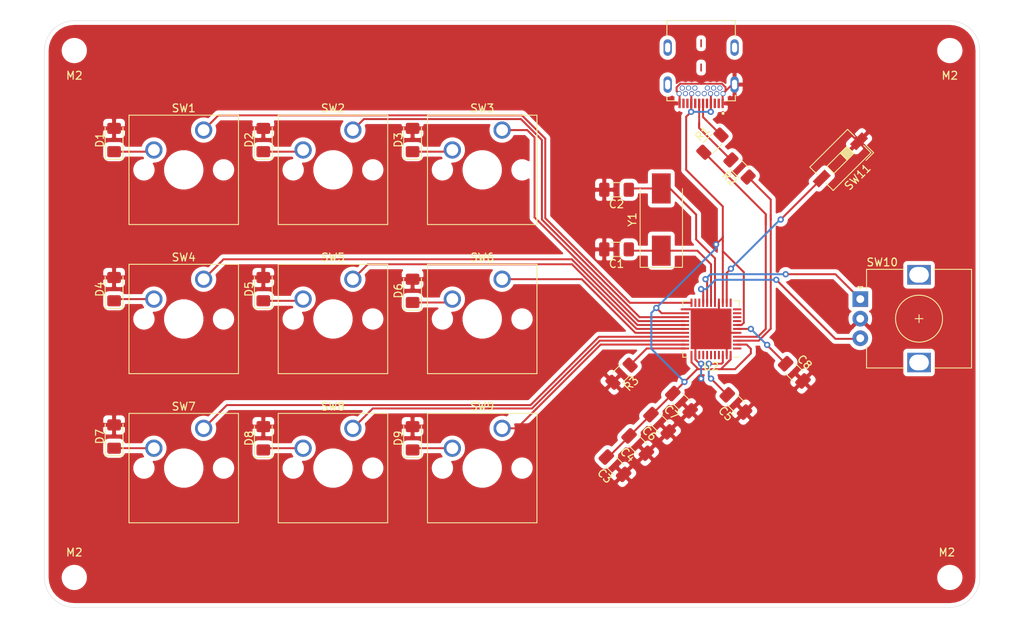
<source format=kicad_pcb>
(kicad_pcb (version 20171130) (host pcbnew "(5.1.9)-1")
  (layers (0 F.Cu signal) (31 B.Cu signal) (34 B.Paste user) (35 F.Paste user) (36 B.SilkS user) (37 F.SilkS user) (38 B.Mask user) (39 F.Mask user) (44 Edge.Cuts user))
  (net 0 "")
  (net 1 GND)
  (net 2 "Net-(C1-Pad1)")
  (net 3 "Net-(C2-Pad1)")
  (net 4 "Net-(C3-Pad2)")
  (net 5 "Net-(D1-Pad1)")
  (net 6 "Net-(D2-Pad1)")
  (net 7 "Net-(D3-Pad1)")
  (net 8 "Net-(D4-Pad1)")
  (net 9 "Net-(D5-Pad1)")
  (net 10 "Net-(D6-Pad1)")
  (net 11 "Net-(D7-Pad1)")
  (net 12 "Net-(D8-Pad1)")
  (net 13 "Net-(D9-Pad1)")
  (net 14 "Net-(P1-PadA6)")
  (net 15 "Net-(P1-PadB5)")
  (net 16 "Net-(P1-PadA7)")
  (net 17 "Net-(R1-Pad1)")
  (net 18 "Net-(R2-Pad1)")
  (net 19 "Net-(R3-Pad1)")
  (net 20 "Net-(SW1-Pad1)")
  (net 21 "Net-(SW2-Pad1)")
  (net 22 "Net-(SW3-Pad1)")
  (net 23 "Net-(SW4-Pad1)")
  (net 24 "Net-(SW5-Pad1)")
  (net 25 "Net-(SW6-Pad1)")
  (net 26 "Net-(SW7-Pad1)")
  (net 27 "Net-(SW8-Pad1)")
  (net 28 "Net-(SW9-Pad1)")
  (net 29 "Net-(SW10-PadB)")
  (net 30 "Net-(SW10-PadA)")
  (net 31 "Net-(U2-Pad1)")
  (net 32 "Net-(U2-Pad36)")
  (net 33 "Net-(U2-Pad37)")
  (net 34 "Net-(U2-Pad38)")
  (net 35 "Net-(U2-Pad39)")
  (net 36 "Net-(U2-Pad40)")
  (net 37 "Net-(U2-Pad41)")
  (net 38 "Net-(C5-Pad2)")
  (net 39 "Net-(U2-Pad12)")
  (net 40 "Net-(U2-Pad20)")
  (net 41 "Net-(U2-Pad21)")
  (net 42 "Net-(J1-Pad1)")
  (net 43 "Net-(J1-Pad3)")
  (net 44 "Net-(J1-Pad4)")
  (net 45 "Net-(J1-Pad5)")
  (net 46 "Net-(U2-Pad8)")
  (net 47 "Net-(C8-Pad1)")
  (net 48 "Net-(P1-PadA5)")
  (module Capacitor_SMD:C_1206_3216Metric_Pad1.33x1.80mm_HandSolder (layer F.Cu) (at 147.104146 95.872346 135)
    (fp_text reference C6 (at 0 -1.85 135) (layer F.SilkS))
    (fp_text value 0.1uF)
    (pad 1 smd roundrect (at -1.5625 0 135) (size 1.325 1.8) (layers F.Cu F.Paste F.Mask) (roundrect_rratio 0.1886769811320755) (net 1 GND))
    (pad 2 smd roundrect (at 1.5625 0 135) (size 1.325 1.8) (layers F.Cu F.Paste F.Mask) (roundrect_rratio 0.1886769811320755) (net 4 "Net-(C3-Pad2)"))
  )
  (module Resistor_SMD:R_1206_3216Metric_Pad1.30x1.75mm_HandSolder (layer F.Cu) (at 157.306016 63.326016 135)
    (fp_text reference R2 (at 0 -1.82 135) (layer F.SilkS))
    (fp_text value 22)
    (pad 1 smd roundrect (at -1.55 0 135) (size 1.3 1.75) (layers F.Cu F.Paste F.Mask) (roundrect_rratio 0.1923069230769231) (net 18 "Net-(R2-Pad1)"))
    (pad 2 smd roundrect (at 1.55 0 135) (size 1.3 1.75) (layers F.Cu F.Paste F.Mask) (roundrect_rratio 0.1923069230769231) (net 16 "Net-(P1-PadA7)"))
  )
  (module MountingHole:MountingHole_2.2mm_M2 (layer F.Cu) (at 72.39 115.57)
    (fp_text reference M2 (at 0 -3.2) (layer F.SilkS))
    (fp_text value MountingHole_2.2mm_M2)
    (pad 1 np_thru_hole circle (at 0 0) (size 2.2 2.2) (drill 2.2) (layers *.Cu *.Mask))
  )
  (module MountingHole:MountingHole_2.2mm_M2 (layer F.Cu) (at 184.15 115.57)
    (fp_text reference "M2 " (at 0 -3.2) (layer F.SilkS))
    (fp_text value MountingHole_2.2mm_M2)
    (pad 1 np_thru_hole circle (at 0 0) (size 2.2 2.2) (drill 2.2) (layers *.Cu *.Mask))
  )
  (module MountingHole:MountingHole_2.2mm_M2 (layer F.Cu) (at 184.15 48.26 180)
    (fp_text reference M2 (at 0 -3.2) (layer F.SilkS))
    (fp_text value MountingHole_2.2mm_M2)
    (pad 1 np_thru_hole circle (at 0 0 180) (size 2.2 2.2) (drill 2.2) (layers *.Cu *.Mask))
  )
  (module MountingHole:MountingHole_2.2mm_M2 (layer F.Cu) (at 72.39 48.26 180)
    (fp_text reference M2 (at 0 -3.2) (layer F.SilkS))
    (fp_text value MountingHole_2.2mm_M2)
    (pad 1 np_thru_hole circle (at 0 0 180) (size 2.2 2.2) (drill 2.2) (layers *.Cu *.Mask))
  )
  (module Capacitor_SMD:C_1206_3216Metric_Pad1.33x1.80mm_HandSolder (layer F.Cu) (at 141.605 73.66 180)
    (fp_text reference C1 (at 0 -1.85) (layer F.SilkS))
    (fp_text value "10 pF")
    (pad 1 smd roundrect (at -1.5625 0 180) (size 1.325 1.8) (layers F.Cu F.Paste F.Mask) (roundrect_rratio 0.1886769811320755) (net 2 "Net-(C1-Pad1)"))
    (pad 2 smd roundrect (at 1.5625 0 180) (size 1.325 1.8) (layers F.Cu F.Paste F.Mask) (roundrect_rratio 0.1886769811320755) (net 1 GND))
  )
  (module Capacitor_SMD:C_1206_3216Metric_Pad1.33x1.80mm_HandSolder (layer F.Cu) (at 141.605 66.04 180)
    (fp_text reference C2 (at 0 -1.85) (layer F.SilkS))
    (fp_text value "10 pF")
    (pad 1 smd roundrect (at -1.5625 0 180) (size 1.325 1.8) (layers F.Cu F.Paste F.Mask) (roundrect_rratio 0.1886769811320755) (net 3 "Net-(C2-Pad1)"))
    (pad 2 smd roundrect (at 1.5625 0 180) (size 1.325 1.8) (layers F.Cu F.Paste F.Mask) (roundrect_rratio 0.1886769811320755) (net 1 GND))
  )
  (module Capacitor_SMD:C_1206_3216Metric_Pad1.33x1.80mm_HandSolder (layer F.Cu) (at 141.4018 101.2952 135)
    (fp_text reference C3 (at 0 -1.85 135) (layer F.SilkS))
    (fp_text value 0.1uF)
    (pad 2 smd roundrect (at 1.5625 0 135) (size 1.325 1.8) (layers F.Cu F.Paste F.Mask) (roundrect_rratio 0.1886769811320755) (net 4 "Net-(C3-Pad2)"))
    (pad 1 smd roundrect (at -1.5625 0 135) (size 1.325 1.8) (layers F.Cu F.Paste F.Mask) (roundrect_rratio 0.1886769811320755) (net 1 GND))
  )
  (module Capacitor_SMD:C_1206_3216Metric_Pad1.33x1.80mm_HandSolder (layer F.Cu) (at 144.310146 98.590146 135)
    (fp_text reference C4 (at 0 -1.85 135) (layer F.SilkS))
    (fp_text value 0.1uF)
    (pad 1 smd roundrect (at -1.5625 0 135) (size 1.325 1.8) (layers F.Cu F.Paste F.Mask) (roundrect_rratio 0.1886769811320755) (net 1 GND))
    (pad 2 smd roundrect (at 1.5625 0 135) (size 1.325 1.8) (layers F.Cu F.Paste F.Mask) (roundrect_rratio 0.1886769811320755) (net 4 "Net-(C3-Pad2)"))
  )
  (module Capacitor_SMD:C_1206_3216Metric_Pad1.33x1.80mm_HandSolder (layer F.Cu) (at 156.845 93.345 135)
    (fp_text reference C5 (at 0 -1.85 135) (layer F.SilkS))
    (fp_text value 0.1uF)
    (pad 2 smd roundrect (at 1.5625 0 135) (size 1.325 1.8) (layers F.Cu F.Paste F.Mask) (roundrect_rratio 0.1886769811320755) (net 38 "Net-(C5-Pad2)"))
    (pad 1 smd roundrect (at -1.5625 0 135) (size 1.325 1.8) (layers F.Cu F.Paste F.Mask) (roundrect_rratio 0.1886769811320755) (net 1 GND))
  )
  (module Capacitor_SMD:C_1206_3216Metric_Pad1.33x1.80mm_HandSolder (layer F.Cu) (at 149.898146 93.179946 135)
    (fp_text reference C7 (at 0 -1.85 135) (layer F.SilkS))
    (fp_text value 1uF)
    (pad 2 smd roundrect (at 1.5625 0 135) (size 1.325 1.8) (layers F.Cu F.Paste F.Mask) (roundrect_rratio 0.1886769811320755) (net 4 "Net-(C3-Pad2)"))
    (pad 1 smd roundrect (at -1.5625 0 135) (size 1.325 1.8) (layers F.Cu F.Paste F.Mask) (roundrect_rratio 0.1886769811320755) (net 1 GND))
  )
  (module Capacitor_SMD:C_1206_3216Metric_Pad1.33x1.80mm_HandSolder (layer F.Cu) (at 164.299854 89.369854 315)
    (fp_text reference C8 (at 0 -1.85 135) (layer F.SilkS))
    (fp_text value 1uF)
    (pad 2 smd roundrect (at 1.5625 0 315) (size 1.325 1.8) (layers F.Cu F.Paste F.Mask) (roundrect_rratio 0.1886769811320755) (net 1 GND))
    (pad 1 smd roundrect (at -1.5625 0 315) (size 1.325 1.8) (layers F.Cu F.Paste F.Mask) (roundrect_rratio 0.1886769811320755) (net 47 "Net-(C8-Pad1)"))
  )
  (module Diode_SMD:D_1206_3216Metric_Pad1.42x1.75mm_HandSolder (layer F.Cu) (at 77.47 59.69 90)
    (fp_text reference D1 (at 0 -1.82 90) (layer F.SilkS))
    (fp_text value DIODE)
    (pad 2 smd roundrect (at 1.4875 0 90) (size 1.425 1.75) (layers F.Cu F.Paste F.Mask) (roundrect_rratio 0.1754385964912281) (net 1 GND))
    (pad 1 smd roundrect (at -1.4875 0 90) (size 1.425 1.75) (layers F.Cu F.Paste F.Mask) (roundrect_rratio 0.1754385964912281) (net 5 "Net-(D1-Pad1)"))
  )
  (module Diode_SMD:D_1206_3216Metric_Pad1.42x1.75mm_HandSolder (layer F.Cu) (at 96.52 59.69 90)
    (fp_text reference D2 (at 0 -1.82 90) (layer F.SilkS))
    (fp_text value DIODE)
    (pad 1 smd roundrect (at -1.4875 0 90) (size 1.425 1.75) (layers F.Cu F.Paste F.Mask) (roundrect_rratio 0.1754385964912281) (net 6 "Net-(D2-Pad1)"))
    (pad 2 smd roundrect (at 1.4875 0 90) (size 1.425 1.75) (layers F.Cu F.Paste F.Mask) (roundrect_rratio 0.1754385964912281) (net 1 GND))
  )
  (module Diode_SMD:D_1206_3216Metric_Pad1.42x1.75mm_HandSolder (layer F.Cu) (at 115.57 59.69 90)
    (fp_text reference D3 (at 0 -1.82 90) (layer F.SilkS))
    (fp_text value DIODE)
    (pad 2 smd roundrect (at 1.4875 0 90) (size 1.425 1.75) (layers F.Cu F.Paste F.Mask) (roundrect_rratio 0.1754385964912281) (net 1 GND))
    (pad 1 smd roundrect (at -1.4875 0 90) (size 1.425 1.75) (layers F.Cu F.Paste F.Mask) (roundrect_rratio 0.1754385964912281) (net 7 "Net-(D3-Pad1)"))
  )
  (module Diode_SMD:D_1206_3216Metric_Pad1.42x1.75mm_HandSolder (layer F.Cu) (at 77.47 78.74 90)
    (fp_text reference D4 (at 0 -1.82 90) (layer F.SilkS))
    (fp_text value DIODE)
    (pad 1 smd roundrect (at -1.4875 0 90) (size 1.425 1.75) (layers F.Cu F.Paste F.Mask) (roundrect_rratio 0.1754385964912281) (net 8 "Net-(D4-Pad1)"))
    (pad 2 smd roundrect (at 1.4875 0 90) (size 1.425 1.75) (layers F.Cu F.Paste F.Mask) (roundrect_rratio 0.1754385964912281) (net 1 GND))
  )
  (module Diode_SMD:D_1206_3216Metric_Pad1.42x1.75mm_HandSolder (layer F.Cu) (at 96.52 78.74 90)
    (fp_text reference D5 (at 0 -1.82 90) (layer F.SilkS))
    (fp_text value DIODE)
    (pad 1 smd roundrect (at -1.4875 0 90) (size 1.425 1.75) (layers F.Cu F.Paste F.Mask) (roundrect_rratio 0.1754385964912281) (net 9 "Net-(D5-Pad1)"))
    (pad 2 smd roundrect (at 1.4875 0 90) (size 1.425 1.75) (layers F.Cu F.Paste F.Mask) (roundrect_rratio 0.1754385964912281) (net 1 GND))
  )
  (module Diode_SMD:D_1206_3216Metric_Pad1.42x1.75mm_HandSolder (layer F.Cu) (at 115.57 78.9575 90)
    (fp_text reference D6 (at 0 -1.82 90) (layer F.SilkS))
    (fp_text value DIODE)
    (pad 2 smd roundrect (at 1.4875 0 90) (size 1.425 1.75) (layers F.Cu F.Paste F.Mask) (roundrect_rratio 0.1754385964912281) (net 1 GND))
    (pad 1 smd roundrect (at -1.4875 0 90) (size 1.425 1.75) (layers F.Cu F.Paste F.Mask) (roundrect_rratio 0.1754385964912281) (net 10 "Net-(D6-Pad1)"))
  )
  (module Diode_SMD:D_1206_3216Metric_Pad1.42x1.75mm_HandSolder (layer F.Cu) (at 77.47 97.5725 90)
    (fp_text reference D7 (at 0 -1.82 90) (layer F.SilkS))
    (fp_text value DIODE)
    (pad 1 smd roundrect (at -1.4875 0 90) (size 1.425 1.75) (layers F.Cu F.Paste F.Mask) (roundrect_rratio 0.1754385964912281) (net 11 "Net-(D7-Pad1)"))
    (pad 2 smd roundrect (at 1.4875 0 90) (size 1.425 1.75) (layers F.Cu F.Paste F.Mask) (roundrect_rratio 0.1754385964912281) (net 1 GND))
  )
  (module Diode_SMD:D_1206_3216Metric_Pad1.42x1.75mm_HandSolder (layer F.Cu) (at 96.52 97.79 90)
    (fp_text reference D8 (at 0 -1.82 90) (layer F.SilkS))
    (fp_text value DIODE)
    (pad 2 smd roundrect (at 1.4875 0 90) (size 1.425 1.75) (layers F.Cu F.Paste F.Mask) (roundrect_rratio 0.1754385964912281) (net 1 GND))
    (pad 1 smd roundrect (at -1.4875 0 90) (size 1.425 1.75) (layers F.Cu F.Paste F.Mask) (roundrect_rratio 0.1754385964912281) (net 12 "Net-(D8-Pad1)"))
  )
  (module Diode_SMD:D_1206_3216Metric_Pad1.42x1.75mm_HandSolder (layer F.Cu) (at 115.57 97.79 90)
    (fp_text reference D9 (at 0 -1.82 90) (layer F.SilkS))
    (fp_text value DIODE)
    (pad 1 smd roundrect (at -1.4875 0 90) (size 1.425 1.75) (layers F.Cu F.Paste F.Mask) (roundrect_rratio 0.1754385964912281) (net 13 "Net-(D9-Pad1)"))
    (pad 2 smd roundrect (at 1.4875 0 90) (size 1.425 1.75) (layers F.Cu F.Paste F.Mask) (roundrect_rratio 0.1754385964912281) (net 1 GND))
  )
  (module Resistor_SMD:R_1206_3216Metric_Pad1.30x1.75mm_HandSolder (layer F.Cu) (at 153.843984 60.151016 45)
    (fp_text reference R1 (at 0 -1.82 45) (layer F.SilkS))
    (fp_text value 22)
    (pad 2 smd roundrect (at 1.55 0 45) (size 1.3 1.75) (layers F.Cu F.Paste F.Mask) (roundrect_rratio 0.1923069230769231) (net 14 "Net-(P1-PadA6)"))
    (pad 1 smd roundrect (at -1.55 0 45) (size 1.3 1.75) (layers F.Cu F.Paste F.Mask) (roundrect_rratio 0.1923069230769231) (net 17 "Net-(R1-Pad1)"))
  )
  (module Resistor_SMD:R_1206_3216Metric_Pad1.30x1.75mm_HandSolder (layer F.Cu) (at 142.24 89.535 225)
    (fp_text reference R3 (at 0.011974 -1.808025 45) (layer F.SilkS))
    (fp_text value 1k)
    (pad 1 smd roundrect (at -1.55 0 225) (size 1.3 1.75) (layers F.Cu F.Paste F.Mask) (roundrect_rratio 0.1923069230769231) (net 19 "Net-(R3-Pad1)"))
    (pad 2 smd roundrect (at 1.55 0 225) (size 1.3 1.75) (layers F.Cu F.Paste F.Mask) (roundrect_rratio 0.1923069230769231) (net 1 GND))
  )
  (module Button_Switch_Keyboard:SW_Cherry_MX_1.00u_PCB (layer F.Cu) (at 88.9 58.42)
    (fp_text reference SW1 (at -2.54 -2.794) (layer F.SilkS))
    (fp_text value SW_Push)
    (pad 1 thru_hole circle (at 0 0) (size 2.2 2.2) (drill 1.5) (layers *.Cu *.Mask) (net 20 "Net-(SW1-Pad1)"))
    (pad 2 thru_hole circle (at -6.35 2.54) (size 2.2 2.2) (drill 1.5) (layers *.Cu *.Mask) (net 5 "Net-(D1-Pad1)"))
    (pad "" np_thru_hole circle (at -2.54 5.08) (size 4 4) (drill 4) (layers *.Cu *.Mask))
    (pad "" np_thru_hole circle (at -7.62 5.08) (size 1.7 1.7) (drill 1.7) (layers *.Cu *.Mask))
    (pad "" np_thru_hole circle (at 2.54 5.08) (size 1.7 1.7) (drill 1.7) (layers *.Cu *.Mask))
  )
  (module Button_Switch_Keyboard:SW_Cherry_MX_1.00u_PCB (layer F.Cu) (at 107.95 58.42)
    (fp_text reference SW2 (at -2.54 -2.794) (layer F.SilkS))
    (fp_text value SW_Push)
    (pad "" np_thru_hole circle (at 2.54 5.08) (size 1.7 1.7) (drill 1.7) (layers *.Cu *.Mask))
    (pad "" np_thru_hole circle (at -7.62 5.08) (size 1.7 1.7) (drill 1.7) (layers *.Cu *.Mask))
    (pad "" np_thru_hole circle (at -2.54 5.08) (size 4 4) (drill 4) (layers *.Cu *.Mask))
    (pad 2 thru_hole circle (at -6.35 2.54) (size 2.2 2.2) (drill 1.5) (layers *.Cu *.Mask) (net 6 "Net-(D2-Pad1)"))
    (pad 1 thru_hole circle (at 0 0) (size 2.2 2.2) (drill 1.5) (layers *.Cu *.Mask) (net 21 "Net-(SW2-Pad1)"))
  )
  (module Button_Switch_Keyboard:SW_Cherry_MX_1.00u_PCB (layer F.Cu) (at 127 58.42)
    (fp_text reference SW3 (at -2.54 -2.794) (layer F.SilkS))
    (fp_text value SW_Push)
    (pad 1 thru_hole circle (at 0 0) (size 2.2 2.2) (drill 1.5) (layers *.Cu *.Mask) (net 22 "Net-(SW3-Pad1)"))
    (pad 2 thru_hole circle (at -6.35 2.54) (size 2.2 2.2) (drill 1.5) (layers *.Cu *.Mask) (net 7 "Net-(D3-Pad1)"))
    (pad "" np_thru_hole circle (at -2.54 5.08) (size 4 4) (drill 4) (layers *.Cu *.Mask))
    (pad "" np_thru_hole circle (at -7.62 5.08) (size 1.7 1.7) (drill 1.7) (layers *.Cu *.Mask))
    (pad "" np_thru_hole circle (at 2.54 5.08) (size 1.7 1.7) (drill 1.7) (layers *.Cu *.Mask))
  )
  (module Button_Switch_Keyboard:SW_Cherry_MX_1.00u_PCB (layer F.Cu) (at 88.9 77.47)
    (fp_text reference SW4 (at -2.54 -2.794) (layer F.SilkS))
    (fp_text value SW_Push)
    (pad "" np_thru_hole circle (at 2.54 5.08) (size 1.7 1.7) (drill 1.7) (layers *.Cu *.Mask))
    (pad "" np_thru_hole circle (at -7.62 5.08) (size 1.7 1.7) (drill 1.7) (layers *.Cu *.Mask))
    (pad "" np_thru_hole circle (at -2.54 5.08) (size 4 4) (drill 4) (layers *.Cu *.Mask))
    (pad 2 thru_hole circle (at -6.35 2.54) (size 2.2 2.2) (drill 1.5) (layers *.Cu *.Mask) (net 8 "Net-(D4-Pad1)"))
    (pad 1 thru_hole circle (at 0 0) (size 2.2 2.2) (drill 1.5) (layers *.Cu *.Mask) (net 23 "Net-(SW4-Pad1)"))
  )
  (module Button_Switch_Keyboard:SW_Cherry_MX_1.00u_PCB (layer F.Cu) (at 107.95 77.47)
    (fp_text reference SW5 (at -2.54 -2.794) (layer F.SilkS))
    (fp_text value SW_Push)
    (pad "" np_thru_hole circle (at 2.54 5.08) (size 1.7 1.7) (drill 1.7) (layers *.Cu *.Mask))
    (pad "" np_thru_hole circle (at -7.62 5.08) (size 1.7 1.7) (drill 1.7) (layers *.Cu *.Mask))
    (pad "" np_thru_hole circle (at -2.54 5.08) (size 4 4) (drill 4) (layers *.Cu *.Mask))
    (pad 2 thru_hole circle (at -6.35 2.54) (size 2.2 2.2) (drill 1.5) (layers *.Cu *.Mask) (net 9 "Net-(D5-Pad1)"))
    (pad 1 thru_hole circle (at 0 0) (size 2.2 2.2) (drill 1.5) (layers *.Cu *.Mask) (net 24 "Net-(SW5-Pad1)"))
  )
  (module Button_Switch_Keyboard:SW_Cherry_MX_1.00u_PCB (layer F.Cu) (at 127 77.47)
    (fp_text reference SW6 (at -2.54 -2.794) (layer F.SilkS))
    (fp_text value SW_Push)
    (pad 1 thru_hole circle (at 0 0) (size 2.2 2.2) (drill 1.5) (layers *.Cu *.Mask) (net 25 "Net-(SW6-Pad1)"))
    (pad 2 thru_hole circle (at -6.35 2.54) (size 2.2 2.2) (drill 1.5) (layers *.Cu *.Mask) (net 10 "Net-(D6-Pad1)"))
    (pad "" np_thru_hole circle (at -2.54 5.08) (size 4 4) (drill 4) (layers *.Cu *.Mask))
    (pad "" np_thru_hole circle (at -7.62 5.08) (size 1.7 1.7) (drill 1.7) (layers *.Cu *.Mask))
    (pad "" np_thru_hole circle (at 2.54 5.08) (size 1.7 1.7) (drill 1.7) (layers *.Cu *.Mask))
  )
  (module Button_Switch_Keyboard:SW_Cherry_MX_1.00u_PCB (layer F.Cu) (at 88.9 96.52)
    (fp_text reference SW7 (at -2.54 -2.794) (layer F.SilkS))
    (fp_text value SW_Push)
    (pad 1 thru_hole circle (at 0 0) (size 2.2 2.2) (drill 1.5) (layers *.Cu *.Mask) (net 26 "Net-(SW7-Pad1)"))
    (pad 2 thru_hole circle (at -6.35 2.54) (size 2.2 2.2) (drill 1.5) (layers *.Cu *.Mask) (net 11 "Net-(D7-Pad1)"))
    (pad "" np_thru_hole circle (at -2.54 5.08) (size 4 4) (drill 4) (layers *.Cu *.Mask))
    (pad "" np_thru_hole circle (at -7.62 5.08) (size 1.7 1.7) (drill 1.7) (layers *.Cu *.Mask))
    (pad "" np_thru_hole circle (at 2.54 5.08) (size 1.7 1.7) (drill 1.7) (layers *.Cu *.Mask))
  )
  (module Button_Switch_Keyboard:SW_Cherry_MX_1.00u_PCB (layer F.Cu) (at 107.95 96.52)
    (fp_text reference SW8 (at -2.54 -2.794) (layer F.SilkS))
    (fp_text value SW_Push)
    (pad "" np_thru_hole circle (at 2.54 5.08) (size 1.7 1.7) (drill 1.7) (layers *.Cu *.Mask))
    (pad "" np_thru_hole circle (at -7.62 5.08) (size 1.7 1.7) (drill 1.7) (layers *.Cu *.Mask))
    (pad "" np_thru_hole circle (at -2.54 5.08) (size 4 4) (drill 4) (layers *.Cu *.Mask))
    (pad 2 thru_hole circle (at -6.35 2.54) (size 2.2 2.2) (drill 1.5) (layers *.Cu *.Mask) (net 12 "Net-(D8-Pad1)"))
    (pad 1 thru_hole circle (at 0 0) (size 2.2 2.2) (drill 1.5) (layers *.Cu *.Mask) (net 27 "Net-(SW8-Pad1)"))
  )
  (module Button_Switch_Keyboard:SW_Cherry_MX_1.00u_PCB (layer F.Cu) (at 127 96.52)
    (fp_text reference SW9 (at -2.54 -2.794) (layer F.SilkS))
    (fp_text value SW_Push)
    (pad 1 thru_hole circle (at 0 0) (size 2.2 2.2) (drill 1.5) (layers *.Cu *.Mask) (net 28 "Net-(SW9-Pad1)"))
    (pad 2 thru_hole circle (at -6.35 2.54) (size 2.2 2.2) (drill 1.5) (layers *.Cu *.Mask) (net 13 "Net-(D9-Pad1)"))
    (pad "" np_thru_hole circle (at -2.54 5.08) (size 4 4) (drill 4) (layers *.Cu *.Mask))
    (pad "" np_thru_hole circle (at -7.62 5.08) (size 1.7 1.7) (drill 1.7) (layers *.Cu *.Mask))
    (pad "" np_thru_hole circle (at 2.54 5.08) (size 1.7 1.7) (drill 1.7) (layers *.Cu *.Mask))
  )
  (module Rotary_Encoder:RotaryEncoder_Alps_EC12E_Vertical_H20mm (layer F.Cu) (at 172.72 80.01)
    (fp_text reference SW10 (at 2.8 -4.7) (layer F.SilkS))
    (fp_text value Rotary_Encoder)
    (pad MP thru_hole rect (at 7.5 8.1) (size 3 2.5) (drill oval 2.5 2) (layers *.Cu *.Mask))
    (pad MP thru_hole rect (at 7.5 -3.1) (size 3 2.5) (drill oval 2.5 2) (layers *.Cu *.Mask))
    (pad B thru_hole circle (at 0 5) (size 2 2) (drill 1) (layers *.Cu *.Mask) (net 29 "Net-(SW10-PadB)"))
    (pad C thru_hole circle (at 0 2.5) (size 2 2) (drill 1) (layers *.Cu *.Mask) (net 1 GND))
    (pad A thru_hole rect (at 0 0) (size 2 2) (drill 1) (layers *.Cu *.Mask) (net 30 "Net-(SW10-PadA)"))
  )
  (module SW_DIP_SPSTx01_Slide_6.7x4.1mm_W6.73mm_P2.54mm_LowProfile_JPin (layer F.Cu) (at 170.18 62.23 225)
    (fp_text reference SW11 (at 0 -3.11 45) (layer F.SilkS))
    (fp_text value SW_Push)
    (pad 1 smd rect (at -3.365 0 225) (size 2.16 1.12) (layers F.Cu F.Paste F.Mask) (net 1 GND))
    (pad 2 smd rect (at 3.365 0 225) (size 2.16 1.12) (layers F.Cu F.Paste F.Mask) (net 45 "Net-(J1-Pad5)"))
  )
  (module Package_DFN_QFN:QFN-44-1EP_7x7mm_P0.5mm_EP5.2x5.2mm (layer F.Cu) (at 153.67 83.82 180)
    (fp_text reference U2 (at 0 -4.82) (layer F.SilkS))
    (fp_text value ATmega32U4-MU)
    (pad 1 smd roundrect (at -3.3375 -2.5 180) (size 1.075 0.25) (layers F.Cu F.Paste F.Mask) (net 31 "Net-(U2-Pad1)"))
    (pad 2 smd roundrect (at -3.3375 -2 180) (size 1.075 0.25) (layers F.Cu F.Paste F.Mask) (net 4 "Net-(C3-Pad2)"))
    (pad 3 smd roundrect (at -3.3375 -1.5 180) (size 1.075 0.25) (layers F.Cu F.Paste F.Mask) (net 18 "Net-(R2-Pad1)"))
    (pad 4 smd roundrect (at -3.3375 -1 180) (size 1.075 0.25) (layers F.Cu F.Paste F.Mask) (net 17 "Net-(R1-Pad1)"))
    (pad 5 smd roundrect (at -3.3375 -0.5 180) (size 1.075 0.25) (layers F.Cu F.Paste F.Mask) (net 1 GND))
    (pad 6 smd roundrect (at -3.3375 0 180) (size 1.075 0.25) (layers F.Cu F.Paste F.Mask) (net 47 "Net-(C8-Pad1)"))
    (pad 7 smd roundrect (at -3.3375 0.5 180) (size 1.075 0.25) (layers F.Cu F.Paste F.Mask) (net 4 "Net-(C3-Pad2)"))
    (pad 8 smd roundrect (at -3.3375 1 180) (size 1.075 0.25) (layers F.Cu F.Paste F.Mask) (net 46 "Net-(U2-Pad8)"))
    (pad 9 smd roundrect (at -3.3375 1.5 180) (size 1.075 0.25) (layers F.Cu F.Paste F.Mask) (net 43 "Net-(J1-Pad3)"))
    (pad 10 smd roundrect (at -3.3375 2 180) (size 1.075 0.25) (layers F.Cu F.Paste F.Mask) (net 44 "Net-(J1-Pad4)"))
    (pad 11 smd roundrect (at -3.3375 2.5 180) (size 1.075 0.25) (layers F.Cu F.Paste F.Mask) (net 42 "Net-(J1-Pad1)"))
    (pad 12 smd roundrect (at -2.5 3.3375 180) (size 0.25 1.075) (layers F.Cu F.Paste F.Mask) (net 39 "Net-(U2-Pad12)"))
    (pad 13 smd roundrect (at -2 3.3375 180) (size 0.25 1.075) (layers F.Cu F.Paste F.Mask) (net 45 "Net-(J1-Pad5)"))
    (pad 14 smd roundrect (at -1.5 3.3375 180) (size 0.25 1.075) (layers F.Cu F.Paste F.Mask) (net 4 "Net-(C3-Pad2)"))
    (pad 15 smd roundrect (at -1 3.3375 180) (size 0.25 1.075) (layers F.Cu F.Paste F.Mask) (net 1 GND))
    (pad 16 smd roundrect (at -0.5 3.3375 180) (size 0.25 1.075) (layers F.Cu F.Paste F.Mask) (net 3 "Net-(C2-Pad1)"))
    (pad 17 smd roundrect (at 0 3.3375 180) (size 0.25 1.075) (layers F.Cu F.Paste F.Mask) (net 2 "Net-(C1-Pad1)"))
    (pad 18 smd roundrect (at 0.5 3.3375 180) (size 0.25 1.075) (layers F.Cu F.Paste F.Mask) (net 30 "Net-(SW10-PadA)"))
    (pad 19 smd roundrect (at 1 3.3375 180) (size 0.25 1.075) (layers F.Cu F.Paste F.Mask) (net 29 "Net-(SW10-PadB)"))
    (pad 20 smd roundrect (at 1.5 3.3375 180) (size 0.25 1.075) (layers F.Cu F.Paste F.Mask) (net 40 "Net-(U2-Pad20)"))
    (pad 21 smd roundrect (at 2 3.3375 180) (size 0.25 1.075) (layers F.Cu F.Paste F.Mask) (net 41 "Net-(U2-Pad21)"))
    (pad 22 smd roundrect (at 2.5 3.3375 180) (size 0.25 1.075) (layers F.Cu F.Paste F.Mask) (net 20 "Net-(SW1-Pad1)"))
    (pad 23 smd roundrect (at 3.3375 2.5 180) (size 1.075 0.25) (layers F.Cu F.Paste F.Mask) (net 1 GND))
    (pad 24 smd roundrect (at 3.3375 2 180) (size 1.075 0.25) (layers F.Cu F.Paste F.Mask) (net 4 "Net-(C3-Pad2)"))
    (pad 25 smd roundrect (at 3.3375 1.5 180) (size 1.075 0.25) (layers F.Cu F.Paste F.Mask) (net 21 "Net-(SW2-Pad1)"))
    (pad 26 smd roundrect (at 3.3375 1 180) (size 1.075 0.25) (layers F.Cu F.Paste F.Mask) (net 22 "Net-(SW3-Pad1)"))
    (pad 27 smd roundrect (at 3.3375 0.5 180) (size 1.075 0.25) (layers F.Cu F.Paste F.Mask) (net 23 "Net-(SW4-Pad1)"))
    (pad 28 smd roundrect (at 3.3375 0 180) (size 1.075 0.25) (layers F.Cu F.Paste F.Mask) (net 24 "Net-(SW5-Pad1)"))
    (pad 29 smd roundrect (at 3.3375 -0.5 180) (size 1.075 0.25) (layers F.Cu F.Paste F.Mask) (net 25 "Net-(SW6-Pad1)"))
    (pad 30 smd roundrect (at 3.3375 -1 180) (size 1.075 0.25) (layers F.Cu F.Paste F.Mask) (net 26 "Net-(SW7-Pad1)"))
    (pad 31 smd roundrect (at 3.3375 -1.5 180) (size 1.075 0.25) (layers F.Cu F.Paste F.Mask) (net 27 "Net-(SW8-Pad1)"))
    (pad 32 smd roundrect (at 3.3375 -2 180) (size 1.075 0.25) (layers F.Cu F.Paste F.Mask) (net 28 "Net-(SW9-Pad1)"))
    (pad 33 smd roundrect (at 3.3375 -2.5 180) (size 1.075 0.25) (layers F.Cu F.Paste F.Mask) (net 19 "Net-(R3-Pad1)"))
    (pad 34 smd roundrect (at 2.5 -3.3375 180) (size 0.25 1.075) (layers F.Cu F.Paste F.Mask) (net 4 "Net-(C3-Pad2)"))
    (pad 35 smd roundrect (at 2 -3.3375 180) (size 0.25 1.075) (layers F.Cu F.Paste F.Mask) (net 1 GND))
    (pad 36 smd roundrect (at 1.5 -3.3375 180) (size 0.25 1.075) (layers F.Cu F.Paste F.Mask) (net 32 "Net-(U2-Pad36)"))
    (pad 37 smd roundrect (at 1 -3.3375 180) (size 0.25 1.075) (layers F.Cu F.Paste F.Mask) (net 33 "Net-(U2-Pad37)"))
    (pad 38 smd roundrect (at 0.5 -3.3375 180) (size 0.25 1.075) (layers F.Cu F.Paste F.Mask) (net 34 "Net-(U2-Pad38)"))
    (pad 39 smd roundrect (at 0 -3.3375 180) (size 0.25 1.075) (layers F.Cu F.Paste F.Mask) (net 35 "Net-(U2-Pad39)"))
    (pad 40 smd roundrect (at -0.5 -3.3375 180) (size 0.25 1.075) (layers F.Cu F.Paste F.Mask) (net 36 "Net-(U2-Pad40)"))
    (pad 41 smd roundrect (at -1 -3.3375 180) (size 0.25 1.075) (layers F.Cu F.Paste F.Mask) (net 37 "Net-(U2-Pad41)"))
    (pad 42 smd roundrect (at -1.5 -3.3375 180) (size 0.25 1.075) (layers F.Cu F.Paste F.Mask) (net 38 "Net-(C5-Pad2)"))
    (pad 43 smd roundrect (at -2 -3.3375 180) (size 0.25 1.075) (layers F.Cu F.Paste F.Mask) (net 1 GND))
    (pad 44 smd roundrect (at -2.5 -3.3375 180) (size 0.25 1.075) (layers F.Cu F.Paste F.Mask) (net 4 "Net-(C3-Pad2)"))
    (pad 45 smd rect (at 0 0 180) (size 5.2 5.2) (layers F.Cu F.Mask) (net 1 GND))
  )
  (module Crystal:Crystal_SMD_FOX_FE-2Pin_7.5x5.0mm_HandSoldering (layer F.Cu) (at 147.32 69.85 90)
    (fp_text reference Y1 (at 0 -3.7 90) (layer F.SilkS))
    (fp_text value 16MHz)
    (pad 1 smd rect (at -3.975 0 90) (size 3.85 2.4) (layers F.Cu F.Paste F.Mask) (net 2 "Net-(C1-Pad1)"))
    (pad 2 smd rect (at 3.975 0 90) (size 3.85 2.4) (layers F.Cu F.Paste F.Mask) (net 3 "Net-(C2-Pad1)"))
  )
  (module SS-52400-002:BELFUSE_SS-52400-002 (layer F.Cu) (at 152.4 47.879 180)
    (fp_text reference P1 (at -0.425 -9.035) (layer F.SilkS) (effects (font (thickness 0.015))))
    (fp_text value USB_C_Plug_USB2.0)
    (pad S1 thru_hole oval (at -4.27 -4.73 180) (size 1.05 2.1) (drill oval 0.65 1.25) (layers *.Cu *.Mask) (net 1 GND))
    (pad S2 thru_hole oval (at 4.27 -4.73 180) (size 1.05 2.1) (drill oval 0.65 1.25) (layers *.Cu *.Mask))
    (pad S3 thru_hole oval (at -4.27 0 180) (size 1.05 2.1) (drill oval 0.65 1.25) (layers *.Cu *.Mask))
    (pad S4 thru_hole oval (at 4.27 0 180) (size 1.05 2.1) (drill oval 0.65 1.25) (layers *.Cu *.Mask))
    (pad A1 smd rect (at -2.75 -7.13 180) (size 0.3 1.2) (layers F.Cu F.Paste F.Mask) (net 1 GND))
    (pad A2 smd rect (at -2.25 -7.13 180) (size 0.3 1.2) (layers F.Cu F.Paste F.Mask))
    (pad A3 smd rect (at -1.75 -7.13 180) (size 0.3 1.2) (layers F.Cu F.Paste F.Mask))
    (pad A4 smd rect (at -1.25 -7.13 180) (size 0.3 1.2) (layers F.Cu F.Paste F.Mask) (net 4 "Net-(C3-Pad2)"))
    (pad A5 smd rect (at -0.75 -7.13 180) (size 0.3 1.2) (layers F.Cu F.Paste F.Mask) (net 48 "Net-(P1-PadA5)"))
    (pad A6 smd rect (at -0.25 -7.13 180) (size 0.3 1.2) (layers F.Cu F.Paste F.Mask) (net 14 "Net-(P1-PadA6)"))
    (pad A7 smd rect (at 0.25 -7.13 180) (size 0.3 1.2) (layers F.Cu F.Paste F.Mask) (net 16 "Net-(P1-PadA7)"))
    (pad A8 smd rect (at 0.75 -7.13 180) (size 0.3 1.2) (layers F.Cu F.Paste F.Mask))
    (pad A9 smd rect (at 1.25 -7.13 180) (size 0.3 1.2) (layers F.Cu F.Paste F.Mask) (net 4 "Net-(C3-Pad2)"))
    (pad A10 smd rect (at 1.75 -7.13 180) (size 0.3 1.2) (layers F.Cu F.Paste F.Mask))
    (pad A11 smd rect (at 2.25 -7.13 180) (size 0.3 1.2) (layers F.Cu F.Paste F.Mask))
    (pad A12 smd rect (at 2.75 -7.13 180) (size 0.3 1.2) (layers F.Cu F.Paste F.Mask) (net 1 GND))
    (pad B1 thru_hole circle (at 2.8 -5.88 180) (size 0.65 0.65) (drill 0.45) (layers *.Cu *.Mask) (net 1 GND))
    (pad B2 thru_hole circle (at 2.4 -5.17 180) (size 0.65 0.65) (drill 0.45) (layers *.Cu *.Mask))
    (pad B3 thru_hole circle (at 1.6 -5.17 180) (size 0.65 0.65) (drill 0.45) (layers *.Cu *.Mask))
    (pad B4 thru_hole circle (at 1.2 -5.88 180) (size 0.65 0.65) (drill 0.45) (layers *.Cu *.Mask) (net 4 "Net-(C3-Pad2)"))
    (pad B5 thru_hole circle (at 0.8 -5.17 180) (size 0.65 0.65) (drill 0.45) (layers *.Cu *.Mask) (net 15 "Net-(P1-PadB5)"))
    (pad B6 thru_hole circle (at 0.4 -5.88 180) (size 0.65 0.65) (drill 0.45) (layers *.Cu *.Mask))
    (pad B7 thru_hole circle (at -0.4 -5.88 180) (size 0.65 0.65) (drill 0.45) (layers *.Cu *.Mask))
    (pad B8 thru_hole circle (at -0.8 -5.17 180) (size 0.65 0.65) (drill 0.45) (layers *.Cu *.Mask))
    (pad B9 thru_hole circle (at -1.2 -5.88 180) (size 0.65 0.65) (drill 0.45) (layers *.Cu *.Mask) (net 4 "Net-(C3-Pad2)"))
    (pad B10 thru_hole circle (at -1.6 -5.17 180) (size 0.65 0.65) (drill 0.45) (layers *.Cu *.Mask))
    (pad B11 thru_hole circle (at -2.4 -5.17 180) (size 0.65 0.65) (drill 0.45) (layers *.Cu *.Mask))
    (pad B12 thru_hole circle (at -2.8 -5.88 180) (size 0.65 0.65) (drill 0.45) (layers *.Cu *.Mask) (net 1 GND))
    (pad G2 thru_hole circle (at -2 -5.88 180) (size 0.65 0.65) (drill 0.45) (layers *.Cu *.Mask))
    (pad G1 thru_hole circle (at 2 -5.88 180) (size 0.65 0.65) (drill 0.45) (layers *.Cu *.Mask))
    (pad G3 smd rect (at 0 -2.55 180) (size 0.2 1) (layers F.Cu F.Paste F.Mask))
    (pad G4 smd rect (at 0 0.55 180) (size 0.2 1) (layers F.Cu F.Paste F.Mask))
  )
  (gr_arc (start 72.39 115.57) (end 68.58 115.57) (angle -90) (layer Edge.Cuts) (width 0.05))
  (gr_arc (start 72.39 48.26) (end 72.39 44.45) (angle -90) (layer Edge.Cuts) (width 0.05))
  (gr_arc (start 184.15 48.26) (end 187.96 48.26) (angle -90) (layer Edge.Cuts) (width 0.05))
  (gr_arc (start 184.15 115.57) (end 184.15 119.38) (angle -90) (layer Edge.Cuts) (width 0.05))
  (gr_line (start 68.58 115.57) (end 68.58 48.26) (layer Edge.Cuts) (width 0.05))
  (gr_line (start 184.15 119.38) (end 72.39 119.38) (layer Edge.Cuts) (width 0.05))
  (gr_line (start 187.96 48.26) (end 187.96 115.57) (layer Edge.Cuts) (width 0.05))
  (gr_line (start 72.39 44.45) (end 184.15 44.45) (layer Edge.Cuts) (width 0.05))
  (segment (start 149.65 53.809) (end 149.6 53.759) (width 0.25) (layer F.Cu) (net 1))
  (segment (start 149.65 55.009) (end 149.65 53.809) (width 0.25) (layer F.Cu) (net 1))
  (segment (start 155.15 53.809) (end 155.2 53.759) (width 0.25) (layer F.Cu) (net 1))
  (segment (start 155.15 55.009) (end 155.15 53.809) (width 0.25) (layer F.Cu) (net 1))
  (segment (start 154.67 81.03974) (end 154.67 80.4825) (width 0.25) (layer F.Cu) (net 1))
  (segment (start 150.95026 81.32) (end 150.95527 81.32501) (width 0.25) (layer F.Cu) (net 1))
  (segment (start 150.95527 81.32501) (end 154.38473 81.32501) (width 0.25) (layer F.Cu) (net 1))
  (segment (start 150.3325 81.32) (end 150.95026 81.32) (width 0.25) (layer F.Cu) (net 1))
  (segment (start 154.67 82.82) (end 153.67 83.82) (width 0.25) (layer F.Cu) (net 1))
  (segment (start 154.67 80.4825) (end 154.67 82.82) (width 0.25) (layer F.Cu) (net 1))
  (segment (start 154.17 84.32) (end 153.67 83.82) (width 0.25) (layer F.Cu) (net 1))
  (segment (start 157.0075 84.32) (end 154.17 84.32) (width 0.25) (layer F.Cu) (net 1))
  (segment (start 155.67 85.82) (end 153.67 83.82) (width 0.25) (layer F.Cu) (net 1))
  (segment (start 155.67 87.1575) (end 155.67 85.82) (width 0.25) (layer F.Cu) (net 1))
  (segment (start 151.67 87.1575) (end 151.67 85.82) (width 0.25) (layer F.Cu) (net 1))
  (segment (start 151.67 85.82) (end 153.67 83.82) (width 0.25) (layer F.Cu) (net 1))
  (segment (start 151.67 87.1575) (end 151.67 87.71474) (width 0.25) (layer F.Cu) (net 1))
  (segment (start 152.22026 88.265) (end 152.4 88.265) (width 0.25) (layer F.Cu) (net 1))
  (via (at 152.4 88.265) (size 0.8) (drill 0.4) (layers F.Cu B.Cu) (net 1))
  (segment (start 151.67 87.71474) (end 152.22026 88.265) (width 0.25) (layer F.Cu) (net 1))
  (via (at 152.4 90.17) (size 0.8) (drill 0.4) (layers F.Cu B.Cu) (net 1))
  (segment (start 152.4 88.265) (end 152.4 90.17) (width 0.25) (layer B.Cu) (net 1))
  (segment (start 156.67 52.609) (end 156.35 52.609) (width 0.25) (layer F.Cu) (net 1))
  (segment (start 155.064001 52.498999) (end 155.524999 52.959997) (width 0.25) (layer F.Cu) (net 1))
  (segment (start 149.735999 52.498999) (end 155.064001 52.498999) (width 0.25) (layer F.Cu) (net 1))
  (segment (start 149.275001 52.959997) (end 149.735999 52.498999) (width 0.25) (layer F.Cu) (net 1))
  (segment (start 155.524999 53.434001) (end 155.2 53.759) (width 0.25) (layer F.Cu) (net 1))
  (segment (start 155.524999 52.959997) (end 155.524999 53.434001) (width 0.25) (layer F.Cu) (net 1))
  (segment (start 149.275001 53.434001) (end 149.275001 52.959997) (width 0.25) (layer F.Cu) (net 1))
  (segment (start 149.6 53.759) (end 149.275001 53.434001) (width 0.25) (layer F.Cu) (net 1))
  (segment (start 156.35 52.609) (end 155.2 53.759) (width 0.25) (layer F.Cu) (net 1))
  (segment (start 143.6375 73.19) (end 143.1675 73.66) (width 0.25) (layer F.Cu) (net 2))
  (segment (start 153.67 80.4825) (end 153.67 79.92526) (width 0.25) (layer F.Cu) (net 2))
  (segment (start 143.3325 73.825) (end 143.1675 73.66) (width 0.25) (layer F.Cu) (net 2))
  (segment (start 147.32 73.825) (end 143.3325 73.825) (width 0.25) (layer F.Cu) (net 2))
  (segment (start 147.32 73.825) (end 147.56974 73.825) (width 0.25) (layer F.Cu) (net 2))
  (segment (start 153.67 80.4825) (end 153.67 75.565) (width 0.25) (layer F.Cu) (net 2))
  (segment (start 151.93 73.825) (end 147.32 73.825) (width 0.25) (layer F.Cu) (net 2))
  (segment (start 153.67 75.565) (end 151.93 73.825) (width 0.25) (layer F.Cu) (net 2))
  (segment (start 143.3325 65.875) (end 143.1675 66.04) (width 0.25) (layer F.Cu) (net 3))
  (segment (start 147.32 65.875) (end 143.3325 65.875) (width 0.25) (layer F.Cu) (net 3))
  (segment (start 148.425 65.875) (end 151.765 69.215) (width 0.25) (layer F.Cu) (net 3))
  (segment (start 147.32 65.875) (end 148.425 65.875) (width 0.25) (layer F.Cu) (net 3))
  (segment (start 151.765 69.215) (end 150.33 67.78) (width 0.25) (layer F.Cu) (net 3))
  (segment (start 154.17 74.795) (end 151.765 72.39) (width 0.25) (layer F.Cu) (net 3))
  (segment (start 154.17 80.4825) (end 154.17 74.795) (width 0.25) (layer F.Cu) (net 3))
  (segment (start 151.765 72.39) (end 151.765 69.215) (width 0.25) (layer F.Cu) (net 3))
  (via (at 153.627445 56.08773) (size 0.8) (drill 0.4) (layers F.Cu B.Cu) (net 4))
  (segment (start 153.65 56.065175) (end 153.627445 56.08773) (width 0.25) (layer F.Cu) (net 4))
  (segment (start 153.65 55.009) (end 153.65 56.065175) (width 0.25) (layer F.Cu) (net 4))
  (via (at 151.125215 56.089247) (size 0.8) (drill 0.4) (layers F.Cu B.Cu) (net 4))
  (segment (start 151.126732 56.08773) (end 151.125215 56.089247) (width 0.25) (layer B.Cu) (net 4))
  (segment (start 153.627445 56.08773) (end 151.126732 56.08773) (width 0.25) (layer B.Cu) (net 4))
  (segment (start 151.125215 55.033785) (end 151.15 55.009) (width 0.25) (layer F.Cu) (net 4))
  (segment (start 151.125215 56.089247) (end 151.125215 55.033785) (width 0.25) (layer F.Cu) (net 4))
  (segment (start 151.15 53.809) (end 151.2 53.759) (width 0.25) (layer F.Cu) (net 4))
  (segment (start 151.15 55.009) (end 151.15 53.809) (width 0.25) (layer F.Cu) (net 4))
  (segment (start 153.65 53.809) (end 153.65 55.009) (width 0.25) (layer F.Cu) (net 4))
  (segment (start 153.6 53.759) (end 153.65 53.809) (width 0.25) (layer F.Cu) (net 4))
  (segment (start 151.17 87.1575) (end 151.17 87.71474) (width 0.25) (layer F.Cu) (net 4))
  (segment (start 156.17 87.71474) (end 156.17 87.1575) (width 0.25) (layer F.Cu) (net 4))
  (segment (start 155.61974 88.265) (end 156.17 87.71474) (width 0.25) (layer F.Cu) (net 4))
  (segment (start 154.914739 88.970001) (end 156.17 87.71474) (width 0.25) (layer F.Cu) (net 4))
  (segment (start 152.061599 88.970001) (end 154.914739 88.970001) (width 0.25) (layer F.Cu) (net 4))
  (segment (start 151.17 88.078402) (end 152.061599 88.970001) (width 0.25) (layer F.Cu) (net 4))
  (segment (start 151.17 87.1575) (end 151.17 88.078402) (width 0.25) (layer F.Cu) (net 4))
  (segment (start 152.061599 88.970001) (end 151.898383 88.970001) (width 0.25) (layer F.Cu) (net 4))
  (segment (start 146.100892 94.767492) (end 145.999292 94.767492) (width 0.25) (layer F.Cu) (net 4))
  (segment (start 148.793292 92.075092) (end 146.100892 94.767492) (width 0.25) (layer F.Cu) (net 4))
  (segment (start 140.576438 100.190346) (end 140.296946 100.190346) (width 0.25) (layer F.Cu) (net 4))
  (segment (start 145.999292 94.767492) (end 140.576438 100.190346) (width 0.25) (layer F.Cu) (net 4))
  (segment (start 146.05 86.36) (end 150.279192 90.589192) (width 0.25) (layer B.Cu) (net 4))
  (segment (start 150.279192 90.589192) (end 148.793292 92.075092) (width 0.25) (layer F.Cu) (net 4))
  (via (at 150.279192 90.589192) (size 0.8) (drill 0.4) (layers F.Cu B.Cu) (net 4))
  (segment (start 151.898383 88.970001) (end 150.279192 90.589192) (width 0.25) (layer F.Cu) (net 4))
  (segment (start 157.85001 83.03473) (end 157.85001 76.57001) (width 0.25) (layer F.Cu) (net 4))
  (segment (start 157.56474 83.32) (end 157.85001 83.03473) (width 0.25) (layer F.Cu) (net 4))
  (segment (start 157.0075 83.32) (end 157.56474 83.32) (width 0.25) (layer F.Cu) (net 4))
  (segment (start 157.85001 76.57001) (end 155.575 74.295) (width 0.25) (layer F.Cu) (net 4))
  (segment (start 155.17 74.7) (end 155.17 80.4825) (width 0.25) (layer F.Cu) (net 4))
  (segment (start 150.495 56.719462) (end 151.125215 56.089247) (width 0.25) (layer F.Cu) (net 4))
  (segment (start 155.17 68.175) (end 150.495 63.5) (width 0.25) (layer F.Cu) (net 4))
  (segment (start 150.495 63.5) (end 150.495 56.719462) (width 0.25) (layer F.Cu) (net 4))
  (segment (start 155.575 74.295) (end 155.17 73.89) (width 0.25) (layer F.Cu) (net 4))
  (segment (start 155.17 74.7) (end 155.17 73.89) (width 0.25) (layer F.Cu) (net 4))
  (segment (start 155.17 72.62) (end 155.17 72.65) (width 0.25) (layer F.Cu) (net 4))
  (segment (start 155.17 73.89) (end 155.17 72.62) (width 0.25) (layer F.Cu) (net 4))
  (segment (start 156.280001 88.970001) (end 154.914739 88.970001) (width 0.25) (layer F.Cu) (net 4))
  (segment (start 156.721249 88.970001) (end 156.280001 88.970001) (width 0.25) (layer F.Cu) (net 4))
  (segment (start 158.75 86.94125) (end 156.721249 88.970001) (width 0.25) (layer F.Cu) (net 4))
  (segment (start 158.75 86.36) (end 158.75 86.94125) (width 0.25) (layer F.Cu) (net 4))
  (segment (start 158.21 85.82) (end 158.75 86.36) (width 0.25) (layer F.Cu) (net 4))
  (segment (start 157.0075 85.82) (end 158.21 85.82) (width 0.25) (layer F.Cu) (net 4))
  (segment (start 146.685 81.135) (end 146.685 81.135) (width 0.25) (layer B.Cu) (net 4))
  (via (at 146.685 81.135) (size 0.8) (drill 0.4) (layers F.Cu B.Cu) (net 4))
  (segment (start 146.05 81.77) (end 146.685 81.135) (width 0.25) (layer B.Cu) (net 4))
  (segment (start 146.05 82.55) (end 146.05 81.77) (width 0.25) (layer B.Cu) (net 4))
  (segment (start 146.05 82.25) (end 146.05 82.55) (width 0.25) (layer B.Cu) (net 4))
  (segment (start 146.05 82.55) (end 146.05 86.36) (width 0.25) (layer B.Cu) (net 4))
  (segment (start 147.37 81.82) (end 146.685 81.135) (width 0.25) (layer F.Cu) (net 4))
  (segment (start 148.05 81.82) (end 147.37 81.82) (width 0.25) (layer F.Cu) (net 4))
  (segment (start 150.3325 81.82) (end 148.05 81.82) (width 0.25) (layer F.Cu) (net 4))
  (via (at 154.305 73.025) (size 0.8) (drill 0.4) (layers F.Cu B.Cu) (net 4))
  (segment (start 154.305 73.515) (end 154.305 73.025) (width 0.25) (layer B.Cu) (net 4))
  (segment (start 146.685 81.135) (end 154.305 73.515) (width 0.25) (layer B.Cu) (net 4))
  (segment (start 155.17 72.16) (end 155.17 71.985) (width 0.25) (layer F.Cu) (net 4))
  (segment (start 155.17 71.985) (end 155.17 68.175) (width 0.25) (layer F.Cu) (net 4))
  (segment (start 154.305 73.025) (end 155.17 72.16) (width 0.25) (layer F.Cu) (net 4))
  (segment (start 155.17 72.62) (end 155.17 71.985) (width 0.25) (layer F.Cu) (net 4))
  (segment (start 82.3325 61.1775) (end 82.55 60.96) (width 0.25) (layer F.Cu) (net 5))
  (segment (start 77.47 61.1775) (end 82.3325 61.1775) (width 0.25) (layer F.Cu) (net 5))
  (segment (start 101.3825 61.1775) (end 101.6 60.96) (width 0.25) (layer F.Cu) (net 6))
  (segment (start 96.52 61.1775) (end 101.3825 61.1775) (width 0.25) (layer F.Cu) (net 6))
  (segment (start 120.4325 61.1775) (end 120.65 60.96) (width 0.25) (layer F.Cu) (net 7))
  (segment (start 115.57 61.1775) (end 120.4325 61.1775) (width 0.25) (layer F.Cu) (net 7))
  (segment (start 77.6875 80.01) (end 77.47 80.2275) (width 0.25) (layer F.Cu) (net 8))
  (segment (start 82.55 80.01) (end 77.6875 80.01) (width 0.25) (layer F.Cu) (net 8))
  (segment (start 101.3825 80.2275) (end 101.6 80.01) (width 0.25) (layer F.Cu) (net 9))
  (segment (start 96.52 80.2275) (end 101.3825 80.2275) (width 0.25) (layer F.Cu) (net 9))
  (segment (start 120.215 80.445) (end 120.65 80.01) (width 0.25) (layer F.Cu) (net 10))
  (segment (start 115.57 80.445) (end 120.215 80.445) (width 0.25) (layer F.Cu) (net 10))
  (segment (start 82.55 99.06) (end 77.47 99.06) (width 0.25) (layer F.Cu) (net 11))
  (segment (start 96.7375 99.06) (end 96.52 99.2775) (width 0.25) (layer F.Cu) (net 12))
  (segment (start 101.6 99.06) (end 96.7375 99.06) (width 0.25) (layer F.Cu) (net 12))
  (segment (start 115.7875 99.06) (end 115.57 99.2775) (width 0.25) (layer F.Cu) (net 13))
  (segment (start 120.65 99.06) (end 115.7875 99.06) (width 0.25) (layer F.Cu) (net 13))
  (segment (start 152.65 56.765) (end 154.94 59.055) (width 0.25) (layer F.Cu) (net 14))
  (segment (start 152.65 55.009) (end 152.65 56.765) (width 0.25) (layer F.Cu) (net 14))
  (segment (start 152.15 56.765) (end 152.15 55.009) (width 0.25) (layer F.Cu) (net 16))
  (segment (start 152.15 58.17) (end 152.15 57.535) (width 0.25) (layer F.Cu) (net 16))
  (segment (start 152.15 57.535) (end 152.15 56.765) (width 0.25) (layer F.Cu) (net 16))
  (segment (start 156.21 62.23) (end 152.15 58.17) (width 0.25) (layer F.Cu) (net 16))
  (segment (start 152.15 58.035) (end 152.15 57.535) (width 0.25) (layer F.Cu) (net 16))
  (segment (start 159.655 84.82) (end 157.0075 84.82) (width 0.25) (layer F.Cu) (net 17))
  (segment (start 160.655 83.82) (end 159.655 84.82) (width 0.25) (layer F.Cu) (net 17))
  (segment (start 160.655 69.154064) (end 160.655 70.485) (width 0.25) (layer F.Cu) (net 17))
  (segment (start 152.747968 61.247032) (end 160.655 69.154064) (width 0.25) (layer F.Cu) (net 17))
  (segment (start 160.655 70.485) (end 160.655 83.82) (width 0.25) (layer F.Cu) (net 17))
  (segment (start 160.655 69.215) (end 160.655 70.485) (width 0.25) (layer F.Cu) (net 17))
  (segment (start 159.763125 85.32) (end 157.0075 85.32) (width 0.25) (layer F.Cu) (net 18))
  (segment (start 161.29 83.793125) (end 159.763125 85.32) (width 0.25) (layer F.Cu) (net 18))
  (segment (start 161.29 69.85) (end 161.29 83.793125) (width 0.25) (layer F.Cu) (net 18))
  (segment (start 161.29 69.215) (end 161.29 69.85) (width 0.25) (layer F.Cu) (net 18))
  (segment (start 161.29 67.31) (end 158.402032 64.422032) (width 0.25) (layer F.Cu) (net 18))
  (segment (start 161.29 69.85) (end 161.29 67.31) (width 0.25) (layer F.Cu) (net 18))
  (segment (start 145.455 86.32) (end 143.336016 88.438984) (width 0.25) (layer F.Cu) (net 19))
  (segment (start 150.3325 86.32) (end 145.455 86.32) (width 0.25) (layer F.Cu) (net 19))
  (segment (start 90.778125 56.541875) (end 88.9 58.42) (width 0.25) (layer F.Cu) (net 20))
  (segment (start 132.51001 59.511885) (end 129.54 56.541875) (width 0.25) (layer F.Cu) (net 20))
  (segment (start 129.54 56.541875) (end 90.778125 56.541875) (width 0.25) (layer F.Cu) (net 20))
  (segment (start 132.51001 69.671886) (end 132.51001 59.511885) (width 0.25) (layer F.Cu) (net 20))
  (segment (start 143.320624 80.4825) (end 137.781562 74.943438) (width 0.25) (layer F.Cu) (net 20))
  (segment (start 151.17 80.4825) (end 143.320624 80.4825) (width 0.25) (layer F.Cu) (net 20))
  (segment (start 137.781562 74.943438) (end 132.51001 69.671886) (width 0.25) (layer F.Cu) (net 20))
  (segment (start 139.038124 76.2) (end 137.781562 74.943438) (width 0.25) (layer F.Cu) (net 20))
  (segment (start 109.355001 57.014999) (end 107.95 58.42) (width 0.25) (layer F.Cu) (net 21))
  (segment (start 132.08 59.69) (end 129.404999 57.014999) (width 0.25) (layer F.Cu) (net 21))
  (segment (start 129.404999 57.014999) (end 109.355001 57.014999) (width 0.25) (layer F.Cu) (net 21))
  (segment (start 132.08 69.85) (end 132.08 59.69) (width 0.25) (layer F.Cu) (net 21))
  (segment (start 144.55 82.32) (end 132.08 69.85) (width 0.25) (layer F.Cu) (net 21))
  (segment (start 150.3325 82.32) (end 144.55 82.32) (width 0.25) (layer F.Cu) (net 21))
  (segment (start 130.201876 58.42) (end 127 58.42) (width 0.25) (layer F.Cu) (net 22))
  (segment (start 131.140938 59.359062) (end 130.201876 58.42) (width 0.25) (layer F.Cu) (net 22))
  (segment (start 131.140938 69.572814) (end 131.140938 59.359062) (width 0.25) (layer F.Cu) (net 22))
  (segment (start 144.388124 82.82) (end 131.140938 69.572814) (width 0.25) (layer F.Cu) (net 22))
  (segment (start 150.3325 82.82) (end 144.388124 82.82) (width 0.25) (layer F.Cu) (net 22))
  (segment (start 91.44 74.93) (end 88.9 77.47) (width 0.25) (layer F.Cu) (net 23))
  (segment (start 135.89 74.93) (end 91.44 74.93) (width 0.25) (layer F.Cu) (net 23))
  (segment (start 144.28 83.32) (end 135.89 74.93) (width 0.25) (layer F.Cu) (net 23))
  (segment (start 150.3325 83.32) (end 144.28 83.32) (width 0.25) (layer F.Cu) (net 23))
  (segment (start 135.916876 75.565) (end 144.171876 83.82) (width 0.25) (layer F.Cu) (net 24))
  (segment (start 109.855 75.565) (end 135.916876 75.565) (width 0.25) (layer F.Cu) (net 24))
  (segment (start 107.95 77.47) (end 109.855 75.565) (width 0.25) (layer F.Cu) (net 24))
  (segment (start 150.3325 83.82) (end 144.171876 83.82) (width 0.25) (layer F.Cu) (net 24))
  (segment (start 137.16 77.47) (end 127 77.47) (width 0.25) (layer F.Cu) (net 25))
  (segment (start 144.01 84.32) (end 137.16 77.47) (width 0.25) (layer F.Cu) (net 25))
  (segment (start 150.3325 84.32) (end 144.01 84.32) (width 0.25) (layer F.Cu) (net 25))
  (segment (start 91.44 93.98) (end 88.9 96.52) (width 0.25) (layer F.Cu) (net 26))
  (segment (start 91.87001 93.54999) (end 91.44 93.98) (width 0.25) (layer F.Cu) (net 26))
  (segment (start 130.631886 93.54999) (end 91.87001 93.54999) (width 0.25) (layer F.Cu) (net 26))
  (segment (start 139.361875 84.82) (end 130.631886 93.54999) (width 0.25) (layer F.Cu) (net 26))
  (segment (start 150.3325 84.82) (end 139.361875 84.82) (width 0.25) (layer F.Cu) (net 26))
  (segment (start 139.47 85.32) (end 150.3325 85.32) (width 0.25) (layer F.Cu) (net 27))
  (segment (start 107.95 96.52) (end 110.49 93.98) (width 0.25) (layer F.Cu) (net 27))
  (segment (start 110.49 93.98) (end 130.81 93.98) (width 0.25) (layer F.Cu) (net 27))
  (segment (start 130.81 93.98) (end 139.47 85.32) (width 0.25) (layer F.Cu) (net 27))
  (segment (start 139.578124 85.82) (end 130.988115 94.41001) (width 0.25) (layer F.Cu) (net 28))
  (segment (start 150.3325 85.82) (end 139.578124 85.82) (width 0.25) (layer F.Cu) (net 28))
  (segment (start 128.878126 96.52) (end 130.796563 94.601563) (width 0.25) (layer F.Cu) (net 28))
  (segment (start 127 96.52) (end 128.878126 96.52) (width 0.25) (layer F.Cu) (net 28))
  (segment (start 130.796563 94.601563) (end 131.418125 93.98) (width 0.25) (layer F.Cu) (net 28))
  (segment (start 172.64 85.01) (end 172.72 85.01) (width 0.25) (layer B.Cu) (net 29))
  (segment (start 152.67 80.4825) (end 152.67 79.645) (width 0.25) (layer F.Cu) (net 29))
  (via (at 152.4 78.74) (size 0.8) (drill 0.4) (layers F.Cu B.Cu) (net 29))
  (segment (start 152.67 79.01) (end 152.4 78.74) (width 0.25) (layer F.Cu) (net 29))
  (segment (start 152.67 79.645) (end 152.67 79.01) (width 0.25) (layer F.Cu) (net 29))
  (segment (start 152.4 78.74) (end 153.035 78.74) (width 0.25) (layer B.Cu) (net 29))
  (segment (start 154.235 77.54) (end 161.995 77.54) (width 0.25) (layer B.Cu) (net 29))
  (via (at 161.995 77.54) (size 0.8) (drill 0.4) (layers F.Cu B.Cu) (net 29))
  (segment (start 153.035 78.74) (end 154.235 77.54) (width 0.25) (layer B.Cu) (net 29))
  (segment (start 161.995 77.54) (end 169.545 85.09) (width 0.25) (layer F.Cu) (net 29))
  (segment (start 172.64 85.09) (end 172.72 85.01) (width 0.25) (layer F.Cu) (net 29))
  (segment (start 169.545 85.09) (end 172.64 85.09) (width 0.25) (layer F.Cu) (net 29))
  (via (at 152.965 77.47) (size 0.8) (drill 0.4) (layers F.Cu B.Cu) (net 30))
  (segment (start 153.17 77.675) (end 152.965 77.47) (width 0.25) (layer F.Cu) (net 30))
  (segment (start 153.17 80.4825) (end 153.17 77.675) (width 0.25) (layer F.Cu) (net 30))
  (via (at 163.195 76.835) (size 0.8) (drill 0.4) (layers F.Cu B.Cu) (net 30))
  (segment (start 163.194999 76.834999) (end 163.195 76.835) (width 0.25) (layer B.Cu) (net 30))
  (segment (start 153.600001 76.834999) (end 163.194999 76.834999) (width 0.25) (layer B.Cu) (net 30))
  (segment (start 153.3175 77.1175) (end 153.600001 76.834999) (width 0.25) (layer B.Cu) (net 30))
  (segment (start 152.965 77.47) (end 153.3175 77.1175) (width 0.25) (layer B.Cu) (net 30))
  (segment (start 153.3175 77.1175) (end 153.6 76.835) (width 0.25) (layer B.Cu) (net 30))
  (segment (start 170.815 78.105) (end 172.72 80.01) (width 0.25) (layer F.Cu) (net 30))
  (segment (start 169.545 76.835) (end 170.815 78.105) (width 0.25) (layer F.Cu) (net 30))
  (segment (start 163.195 76.835) (end 169.545 76.835) (width 0.25) (layer F.Cu) (net 30))
  (via (at 153.67 90.17) (size 0.8) (drill 0.4) (layers F.Cu B.Cu) (net 38))
  (segment (start 153.67 90.17) (end 155.575 92.075) (width 0.25) (layer F.Cu) (net 38))
  (via (at 153.380003 88.265) (size 0.8) (drill 0.4) (layers F.Cu B.Cu) (net 38))
  (segment (start 155.011616 88.265) (end 153.380003 88.265) (width 0.25) (layer F.Cu) (net 38))
  (segment (start 155.17 88.106616) (end 155.011616 88.265) (width 0.25) (layer F.Cu) (net 38))
  (segment (start 155.17 87.1575) (end 155.17 88.106616) (width 0.25) (layer F.Cu) (net 38))
  (segment (start 153.380003 89.880003) (end 153.67 90.17) (width 0.25) (layer B.Cu) (net 38))
  (segment (start 153.380003 88.265) (end 153.380003 89.880003) (width 0.25) (layer B.Cu) (net 38))
  (via (at 156.21 76.129999) (size 0.8) (drill 0.4) (layers F.Cu B.Cu) (net 45))
  (segment (start 155.67 76.669999) (end 156.21 76.129999) (width 0.25) (layer F.Cu) (net 45))
  (segment (start 155.67 80.4825) (end 155.67 76.669999) (width 0.25) (layer F.Cu) (net 45))
  (via (at 162.56 69.85) (size 0.8) (drill 0.4) (layers F.Cu B.Cu) (net 45))
  (segment (start 162.489999 69.85) (end 162.56 69.85) (width 0.25) (layer B.Cu) (net 45))
  (segment (start 156.21 76.129999) (end 162.489999 69.85) (width 0.25) (layer B.Cu) (net 45))
  (segment (start 162.56 69.85) (end 167.800586 64.609414) (width 0.25) (layer F.Cu) (net 45))
  (via (at 158.75 83.82) (size 0.8) (drill 0.4) (layers F.Cu B.Cu) (net 47))
  (segment (start 157.0075 83.82) (end 158.75 83.82) (width 0.25) (layer F.Cu) (net 47))
  (via (at 160.829545 85.858727) (size 0.8) (drill 0.4) (layers F.Cu B.Cu) (net 47))
  (segment (start 160.788727 85.858727) (end 160.829545 85.858727) (width 0.25) (layer B.Cu) (net 47))
  (segment (start 158.75 83.82) (end 160.788727 85.858727) (width 0.25) (layer B.Cu) (net 47))
  (segment (start 160.829545 85.899545) (end 160.829545 85.858727) (width 0.25) (layer F.Cu) (net 47))
  (segment (start 163.195 88.265) (end 160.829545 85.899545) (width 0.25) (layer F.Cu) (net 47))
  (zone (net 1) (net_name GND) (layer F.Cu) (connect_pads (clearance 0.508)) (min_thickness 0.254) (fill yes (arc_segments 32) (thermal_gap 0.508) (thermal_bridge_width 0.508))
    (polygon (pts (xy 189.23 123.19) (xy 67.31 123.19) (xy 67.31 43.18) (xy 189.23 43.18)))
  )
)
</source>
